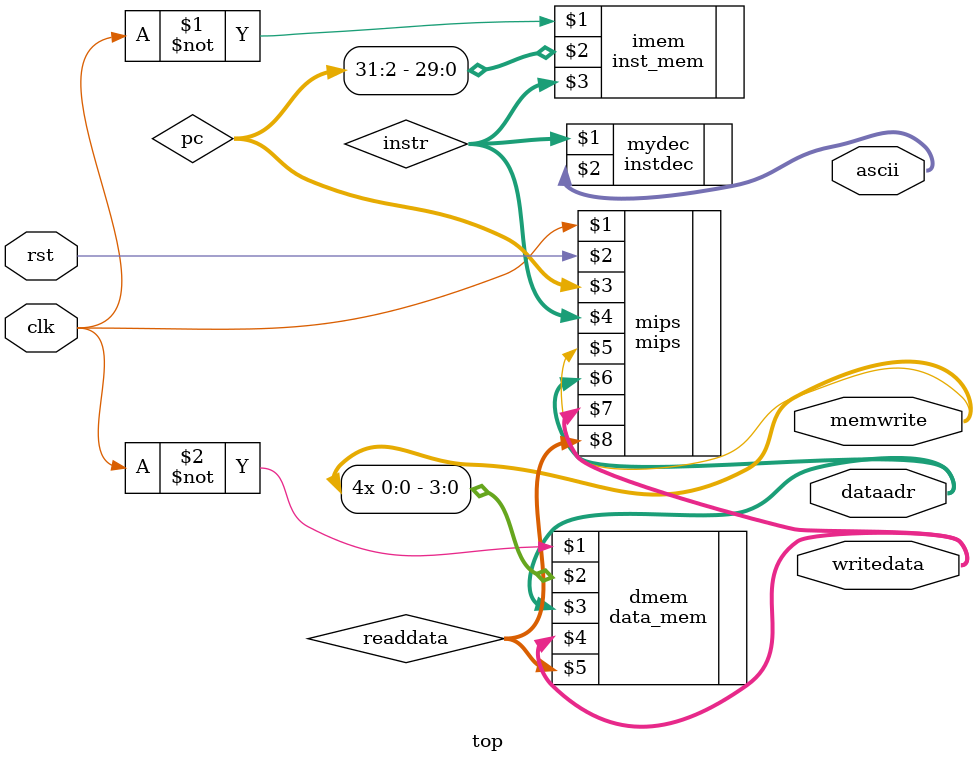
<source format=v>
`timescale 1ns / 1ps


module top(
	input wire clk,rst,
	output wire[31:0] writedata,dataadr,
	output wire memwrite,
	output wire[39:0] ascii
    );
	wire[31:0] pc,instr,readdata;
	mips mips(clk,rst,pc,instr,memwrite,dataadr,writedata,readdata);
	inst_mem imem(~clk,pc[31:2],instr);
	data_mem dmem(~clk,{memwrite,memwrite,memwrite,memwrite},dataadr,writedata,readdata);
	instdec mydec(instr,ascii);
endmodule

</source>
